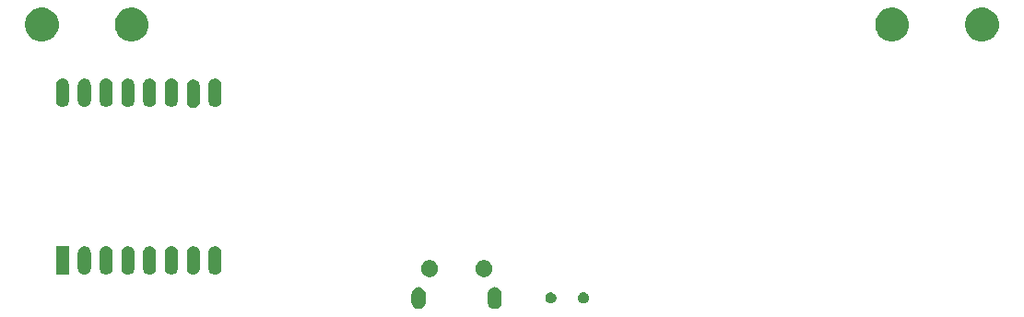
<source format=gbs>
G04 #@! TF.FileFunction,Soldermask,Bot*
%FSLAX46Y46*%
G04 Gerber Fmt 4.6, Leading zero omitted, Abs format (unit mm)*
G04 Created by KiCad (PCBNEW 4.0.5) date Sunday, March 11, 2018 'PMt' 06:28:43 PM*
%MOMM*%
%LPD*%
G01*
G04 APERTURE LIST*
%ADD10C,0.100000*%
G04 APERTURE END LIST*
D10*
G36*
X67750651Y-51428429D02*
X67750664Y-51428433D01*
X67750701Y-51428437D01*
X67871885Y-51465950D01*
X67983475Y-51526287D01*
X68081221Y-51607149D01*
X68161399Y-51705456D01*
X68220955Y-51817465D01*
X68257621Y-51938909D01*
X68270000Y-52065161D01*
X68270000Y-52774839D01*
X68269937Y-52783914D01*
X68255796Y-52909982D01*
X68217438Y-53030901D01*
X68156324Y-53142068D01*
X68074781Y-53239246D01*
X67975916Y-53318736D01*
X67863494Y-53377509D01*
X67741798Y-53413326D01*
X67741764Y-53413329D01*
X67741751Y-53413333D01*
X67615464Y-53424826D01*
X67489349Y-53411571D01*
X67489336Y-53411567D01*
X67489299Y-53411563D01*
X67368115Y-53374050D01*
X67256525Y-53313713D01*
X67158779Y-53232851D01*
X67078601Y-53134544D01*
X67019045Y-53022535D01*
X66982379Y-52901091D01*
X66970000Y-52774839D01*
X66970000Y-52065161D01*
X66970063Y-52056086D01*
X66984204Y-51930018D01*
X67022562Y-51809099D01*
X67083676Y-51697932D01*
X67165219Y-51600754D01*
X67264084Y-51521264D01*
X67376506Y-51462491D01*
X67498202Y-51426674D01*
X67498236Y-51426671D01*
X67498249Y-51426667D01*
X67624536Y-51415174D01*
X67750651Y-51428429D01*
X67750651Y-51428429D01*
G37*
G36*
X74750651Y-51428429D02*
X74750664Y-51428433D01*
X74750701Y-51428437D01*
X74871885Y-51465950D01*
X74983475Y-51526287D01*
X75081221Y-51607149D01*
X75161399Y-51705456D01*
X75220955Y-51817465D01*
X75257621Y-51938909D01*
X75270000Y-52065161D01*
X75270000Y-52774839D01*
X75269937Y-52783914D01*
X75255796Y-52909982D01*
X75217438Y-53030901D01*
X75156324Y-53142068D01*
X75074781Y-53239246D01*
X74975916Y-53318736D01*
X74863494Y-53377509D01*
X74741798Y-53413326D01*
X74741764Y-53413329D01*
X74741751Y-53413333D01*
X74615464Y-53424826D01*
X74489349Y-53411571D01*
X74489336Y-53411567D01*
X74489299Y-53411563D01*
X74368115Y-53374050D01*
X74256525Y-53313713D01*
X74158779Y-53232851D01*
X74078601Y-53134544D01*
X74019045Y-53022535D01*
X73982379Y-52901091D01*
X73970000Y-52774839D01*
X73970000Y-52065161D01*
X73970063Y-52056086D01*
X73984204Y-51930018D01*
X74022562Y-51809099D01*
X74083676Y-51697932D01*
X74165219Y-51600754D01*
X74264084Y-51521264D01*
X74376506Y-51462491D01*
X74498202Y-51426674D01*
X74498236Y-51426671D01*
X74498249Y-51426667D01*
X74624536Y-51415174D01*
X74750651Y-51428429D01*
X74750651Y-51428429D01*
G37*
G36*
X79832517Y-51900332D02*
X79928571Y-51920049D01*
X80018965Y-51958047D01*
X80100255Y-52012877D01*
X80169348Y-52082454D01*
X80223614Y-52164130D01*
X80260976Y-52254780D01*
X80279955Y-52350629D01*
X80279955Y-52350638D01*
X80280021Y-52350972D01*
X80278457Y-52462970D01*
X80278381Y-52463304D01*
X80278381Y-52463316D01*
X80256737Y-52558587D01*
X80216852Y-52648168D01*
X80160334Y-52728289D01*
X80089321Y-52795913D01*
X80006527Y-52848455D01*
X79915110Y-52883913D01*
X79818547Y-52900940D01*
X79720514Y-52898887D01*
X79624741Y-52877830D01*
X79534889Y-52838574D01*
X79454370Y-52782613D01*
X79386254Y-52712076D01*
X79333139Y-52629658D01*
X79297042Y-52538488D01*
X79279340Y-52442038D01*
X79280710Y-52343995D01*
X79301096Y-52248085D01*
X79339725Y-52157957D01*
X79395123Y-52077050D01*
X79465183Y-52008442D01*
X79547230Y-51954752D01*
X79638146Y-51918020D01*
X79734461Y-51899647D01*
X79832517Y-51900332D01*
X79832517Y-51900332D01*
G37*
G36*
X82832517Y-51900332D02*
X82928571Y-51920049D01*
X83018965Y-51958047D01*
X83100255Y-52012877D01*
X83169348Y-52082454D01*
X83223614Y-52164130D01*
X83260976Y-52254780D01*
X83279955Y-52350629D01*
X83279955Y-52350638D01*
X83280021Y-52350972D01*
X83278457Y-52462970D01*
X83278381Y-52463304D01*
X83278381Y-52463316D01*
X83256737Y-52558587D01*
X83216852Y-52648168D01*
X83160334Y-52728289D01*
X83089321Y-52795913D01*
X83006527Y-52848455D01*
X82915110Y-52883913D01*
X82818547Y-52900940D01*
X82720514Y-52898887D01*
X82624741Y-52877830D01*
X82534889Y-52838574D01*
X82454370Y-52782613D01*
X82386254Y-52712076D01*
X82333139Y-52629658D01*
X82297042Y-52538488D01*
X82279340Y-52442038D01*
X82280710Y-52343995D01*
X82301096Y-52248085D01*
X82339725Y-52157957D01*
X82395123Y-52077050D01*
X82465183Y-52008442D01*
X82547230Y-51954752D01*
X82638146Y-51918020D01*
X82734461Y-51899647D01*
X82832517Y-51900332D01*
X82832517Y-51900332D01*
G37*
G36*
X68701401Y-48945514D02*
X68850285Y-48976076D01*
X68990392Y-49034971D01*
X69116397Y-49119963D01*
X69223491Y-49227807D01*
X69307596Y-49354397D01*
X69365514Y-49494914D01*
X69394968Y-49643664D01*
X69394968Y-49643678D01*
X69395033Y-49644007D01*
X69392609Y-49817603D01*
X69392533Y-49817937D01*
X69392533Y-49817945D01*
X69358939Y-49965816D01*
X69297121Y-50104658D01*
X69209513Y-50228851D01*
X69099444Y-50333668D01*
X68971123Y-50415103D01*
X68829421Y-50470066D01*
X68679747Y-50496457D01*
X68527795Y-50493274D01*
X68379350Y-50460636D01*
X68240077Y-50399789D01*
X68115276Y-50313050D01*
X68009695Y-50203718D01*
X67927366Y-50075969D01*
X67871416Y-49934655D01*
X67843978Y-49785161D01*
X67846101Y-49633192D01*
X67877700Y-49484531D01*
X67937575Y-49344833D01*
X68023441Y-49219428D01*
X68132032Y-49113087D01*
X68259207Y-49029866D01*
X68400126Y-48972931D01*
X68549416Y-48944453D01*
X68701401Y-48945514D01*
X68701401Y-48945514D01*
G37*
G36*
X73701401Y-48945514D02*
X73850285Y-48976076D01*
X73990392Y-49034971D01*
X74116397Y-49119963D01*
X74223491Y-49227807D01*
X74307596Y-49354397D01*
X74365514Y-49494914D01*
X74394968Y-49643664D01*
X74394968Y-49643678D01*
X74395033Y-49644007D01*
X74392609Y-49817603D01*
X74392533Y-49817937D01*
X74392533Y-49817945D01*
X74358939Y-49965816D01*
X74297121Y-50104658D01*
X74209513Y-50228851D01*
X74099444Y-50333668D01*
X73971123Y-50415103D01*
X73829421Y-50470066D01*
X73679747Y-50496457D01*
X73527795Y-50493274D01*
X73379350Y-50460636D01*
X73240077Y-50399789D01*
X73115276Y-50313050D01*
X73009695Y-50203718D01*
X72927366Y-50075969D01*
X72871416Y-49934655D01*
X72843978Y-49785161D01*
X72846101Y-49633192D01*
X72877700Y-49484531D01*
X72937575Y-49344833D01*
X73023441Y-49219428D01*
X73132032Y-49113087D01*
X73259207Y-49029866D01*
X73400126Y-48972931D01*
X73549416Y-48944453D01*
X73701401Y-48945514D01*
X73701401Y-48945514D01*
G37*
G36*
X49045597Y-47665957D02*
X49045610Y-47665961D01*
X49045647Y-47665965D01*
X49157509Y-47700592D01*
X49260516Y-47756287D01*
X49350742Y-47830929D01*
X49424753Y-47921675D01*
X49479728Y-48025068D01*
X49513573Y-48137169D01*
X49525000Y-48253710D01*
X49525000Y-49666290D01*
X49524942Y-49674667D01*
X49511889Y-49791037D01*
X49476481Y-49902655D01*
X49420068Y-50005270D01*
X49344798Y-50094974D01*
X49253538Y-50168349D01*
X49149764Y-50222600D01*
X49037429Y-50255662D01*
X49037399Y-50255665D01*
X49037381Y-50255670D01*
X48920813Y-50266278D01*
X48804403Y-50254043D01*
X48804390Y-50254039D01*
X48804353Y-50254035D01*
X48692491Y-50219408D01*
X48589484Y-50163713D01*
X48499258Y-50089071D01*
X48425247Y-49998325D01*
X48370272Y-49894932D01*
X48336427Y-49782831D01*
X48325000Y-49666290D01*
X48325000Y-48253710D01*
X48325058Y-48245333D01*
X48338111Y-48128963D01*
X48373519Y-48017345D01*
X48429932Y-47914730D01*
X48505202Y-47825026D01*
X48596462Y-47751651D01*
X48700236Y-47697400D01*
X48812571Y-47664338D01*
X48812601Y-47664335D01*
X48812619Y-47664330D01*
X48929187Y-47653722D01*
X49045597Y-47665957D01*
X49045597Y-47665957D01*
G37*
G36*
X37045597Y-47665957D02*
X37045610Y-47665961D01*
X37045647Y-47665965D01*
X37157509Y-47700592D01*
X37260516Y-47756287D01*
X37350742Y-47830929D01*
X37424753Y-47921675D01*
X37479728Y-48025068D01*
X37513573Y-48137169D01*
X37525000Y-48253710D01*
X37525000Y-49666290D01*
X37524942Y-49674667D01*
X37511889Y-49791037D01*
X37476481Y-49902655D01*
X37420068Y-50005270D01*
X37344798Y-50094974D01*
X37253538Y-50168349D01*
X37149764Y-50222600D01*
X37037429Y-50255662D01*
X37037399Y-50255665D01*
X37037381Y-50255670D01*
X36920813Y-50266278D01*
X36804403Y-50254043D01*
X36804390Y-50254039D01*
X36804353Y-50254035D01*
X36692491Y-50219408D01*
X36589484Y-50163713D01*
X36499258Y-50089071D01*
X36425247Y-49998325D01*
X36370272Y-49894932D01*
X36336427Y-49782831D01*
X36325000Y-49666290D01*
X36325000Y-48253710D01*
X36325058Y-48245333D01*
X36338111Y-48128963D01*
X36373519Y-48017345D01*
X36429932Y-47914730D01*
X36505202Y-47825026D01*
X36596462Y-47751651D01*
X36700236Y-47697400D01*
X36812571Y-47664338D01*
X36812601Y-47664335D01*
X36812619Y-47664330D01*
X36929187Y-47653722D01*
X37045597Y-47665957D01*
X37045597Y-47665957D01*
G37*
G36*
X39045597Y-47665957D02*
X39045610Y-47665961D01*
X39045647Y-47665965D01*
X39157509Y-47700592D01*
X39260516Y-47756287D01*
X39350742Y-47830929D01*
X39424753Y-47921675D01*
X39479728Y-48025068D01*
X39513573Y-48137169D01*
X39525000Y-48253710D01*
X39525000Y-49666290D01*
X39524942Y-49674667D01*
X39511889Y-49791037D01*
X39476481Y-49902655D01*
X39420068Y-50005270D01*
X39344798Y-50094974D01*
X39253538Y-50168349D01*
X39149764Y-50222600D01*
X39037429Y-50255662D01*
X39037399Y-50255665D01*
X39037381Y-50255670D01*
X38920813Y-50266278D01*
X38804403Y-50254043D01*
X38804390Y-50254039D01*
X38804353Y-50254035D01*
X38692491Y-50219408D01*
X38589484Y-50163713D01*
X38499258Y-50089071D01*
X38425247Y-49998325D01*
X38370272Y-49894932D01*
X38336427Y-49782831D01*
X38325000Y-49666290D01*
X38325000Y-48253710D01*
X38325058Y-48245333D01*
X38338111Y-48128963D01*
X38373519Y-48017345D01*
X38429932Y-47914730D01*
X38505202Y-47825026D01*
X38596462Y-47751651D01*
X38700236Y-47697400D01*
X38812571Y-47664338D01*
X38812601Y-47664335D01*
X38812619Y-47664330D01*
X38929187Y-47653722D01*
X39045597Y-47665957D01*
X39045597Y-47665957D01*
G37*
G36*
X41045597Y-47665957D02*
X41045610Y-47665961D01*
X41045647Y-47665965D01*
X41157509Y-47700592D01*
X41260516Y-47756287D01*
X41350742Y-47830929D01*
X41424753Y-47921675D01*
X41479728Y-48025068D01*
X41513573Y-48137169D01*
X41525000Y-48253710D01*
X41525000Y-49666290D01*
X41524942Y-49674667D01*
X41511889Y-49791037D01*
X41476481Y-49902655D01*
X41420068Y-50005270D01*
X41344798Y-50094974D01*
X41253538Y-50168349D01*
X41149764Y-50222600D01*
X41037429Y-50255662D01*
X41037399Y-50255665D01*
X41037381Y-50255670D01*
X40920813Y-50266278D01*
X40804403Y-50254043D01*
X40804390Y-50254039D01*
X40804353Y-50254035D01*
X40692491Y-50219408D01*
X40589484Y-50163713D01*
X40499258Y-50089071D01*
X40425247Y-49998325D01*
X40370272Y-49894932D01*
X40336427Y-49782831D01*
X40325000Y-49666290D01*
X40325000Y-48253710D01*
X40325058Y-48245333D01*
X40338111Y-48128963D01*
X40373519Y-48017345D01*
X40429932Y-47914730D01*
X40505202Y-47825026D01*
X40596462Y-47751651D01*
X40700236Y-47697400D01*
X40812571Y-47664338D01*
X40812601Y-47664335D01*
X40812619Y-47664330D01*
X40929187Y-47653722D01*
X41045597Y-47665957D01*
X41045597Y-47665957D01*
G37*
G36*
X43045597Y-47665957D02*
X43045610Y-47665961D01*
X43045647Y-47665965D01*
X43157509Y-47700592D01*
X43260516Y-47756287D01*
X43350742Y-47830929D01*
X43424753Y-47921675D01*
X43479728Y-48025068D01*
X43513573Y-48137169D01*
X43525000Y-48253710D01*
X43525000Y-49666290D01*
X43524942Y-49674667D01*
X43511889Y-49791037D01*
X43476481Y-49902655D01*
X43420068Y-50005270D01*
X43344798Y-50094974D01*
X43253538Y-50168349D01*
X43149764Y-50222600D01*
X43037429Y-50255662D01*
X43037399Y-50255665D01*
X43037381Y-50255670D01*
X42920813Y-50266278D01*
X42804403Y-50254043D01*
X42804390Y-50254039D01*
X42804353Y-50254035D01*
X42692491Y-50219408D01*
X42589484Y-50163713D01*
X42499258Y-50089071D01*
X42425247Y-49998325D01*
X42370272Y-49894932D01*
X42336427Y-49782831D01*
X42325000Y-49666290D01*
X42325000Y-48253710D01*
X42325058Y-48245333D01*
X42338111Y-48128963D01*
X42373519Y-48017345D01*
X42429932Y-47914730D01*
X42505202Y-47825026D01*
X42596462Y-47751651D01*
X42700236Y-47697400D01*
X42812571Y-47664338D01*
X42812601Y-47664335D01*
X42812619Y-47664330D01*
X42929187Y-47653722D01*
X43045597Y-47665957D01*
X43045597Y-47665957D01*
G37*
G36*
X45045597Y-47665957D02*
X45045610Y-47665961D01*
X45045647Y-47665965D01*
X45157509Y-47700592D01*
X45260516Y-47756287D01*
X45350742Y-47830929D01*
X45424753Y-47921675D01*
X45479728Y-48025068D01*
X45513573Y-48137169D01*
X45525000Y-48253710D01*
X45525000Y-49666290D01*
X45524942Y-49674667D01*
X45511889Y-49791037D01*
X45476481Y-49902655D01*
X45420068Y-50005270D01*
X45344798Y-50094974D01*
X45253538Y-50168349D01*
X45149764Y-50222600D01*
X45037429Y-50255662D01*
X45037399Y-50255665D01*
X45037381Y-50255670D01*
X44920813Y-50266278D01*
X44804403Y-50254043D01*
X44804390Y-50254039D01*
X44804353Y-50254035D01*
X44692491Y-50219408D01*
X44589484Y-50163713D01*
X44499258Y-50089071D01*
X44425247Y-49998325D01*
X44370272Y-49894932D01*
X44336427Y-49782831D01*
X44325000Y-49666290D01*
X44325000Y-48253710D01*
X44325058Y-48245333D01*
X44338111Y-48128963D01*
X44373519Y-48017345D01*
X44429932Y-47914730D01*
X44505202Y-47825026D01*
X44596462Y-47751651D01*
X44700236Y-47697400D01*
X44812571Y-47664338D01*
X44812601Y-47664335D01*
X44812619Y-47664330D01*
X44929187Y-47653722D01*
X45045597Y-47665957D01*
X45045597Y-47665957D01*
G37*
G36*
X47045597Y-47665957D02*
X47045610Y-47665961D01*
X47045647Y-47665965D01*
X47157509Y-47700592D01*
X47260516Y-47756287D01*
X47350742Y-47830929D01*
X47424753Y-47921675D01*
X47479728Y-48025068D01*
X47513573Y-48137169D01*
X47525000Y-48253710D01*
X47525000Y-49666290D01*
X47524942Y-49674667D01*
X47511889Y-49791037D01*
X47476481Y-49902655D01*
X47420068Y-50005270D01*
X47344798Y-50094974D01*
X47253538Y-50168349D01*
X47149764Y-50222600D01*
X47037429Y-50255662D01*
X47037399Y-50255665D01*
X47037381Y-50255670D01*
X46920813Y-50266278D01*
X46804403Y-50254043D01*
X46804390Y-50254039D01*
X46804353Y-50254035D01*
X46692491Y-50219408D01*
X46589484Y-50163713D01*
X46499258Y-50089071D01*
X46425247Y-49998325D01*
X46370272Y-49894932D01*
X46336427Y-49782831D01*
X46325000Y-49666290D01*
X46325000Y-48253710D01*
X46325058Y-48245333D01*
X46338111Y-48128963D01*
X46373519Y-48017345D01*
X46429932Y-47914730D01*
X46505202Y-47825026D01*
X46596462Y-47751651D01*
X46700236Y-47697400D01*
X46812571Y-47664338D01*
X46812601Y-47664335D01*
X46812619Y-47664330D01*
X46929187Y-47653722D01*
X47045597Y-47665957D01*
X47045597Y-47665957D01*
G37*
G36*
X35525000Y-50260000D02*
X34325000Y-50260000D01*
X34325000Y-47660000D01*
X35525000Y-47660000D01*
X35525000Y-50260000D01*
X35525000Y-50260000D01*
G37*
G36*
X47045597Y-32365957D02*
X47045610Y-32365961D01*
X47045647Y-32365965D01*
X47157509Y-32400592D01*
X47260516Y-32456287D01*
X47350742Y-32530929D01*
X47424753Y-32621675D01*
X47479728Y-32725068D01*
X47513573Y-32837169D01*
X47525000Y-32953710D01*
X47525000Y-34366290D01*
X47524942Y-34374667D01*
X47511889Y-34491037D01*
X47476481Y-34602655D01*
X47420068Y-34705270D01*
X47344798Y-34794974D01*
X47253538Y-34868349D01*
X47149764Y-34922600D01*
X47037429Y-34955662D01*
X47037399Y-34955665D01*
X47037381Y-34955670D01*
X46920813Y-34966278D01*
X46804403Y-34954043D01*
X46804390Y-34954039D01*
X46804353Y-34954035D01*
X46692491Y-34919408D01*
X46589484Y-34863713D01*
X46499258Y-34789071D01*
X46425247Y-34698325D01*
X46370272Y-34594932D01*
X46336427Y-34482831D01*
X46325000Y-34366290D01*
X46325000Y-32953710D01*
X46325058Y-32945333D01*
X46338111Y-32828963D01*
X46373519Y-32717345D01*
X46429932Y-32614730D01*
X46505202Y-32525026D01*
X46596462Y-32451651D01*
X46700236Y-32397400D01*
X46812571Y-32364338D01*
X46812601Y-32364335D01*
X46812619Y-32364330D01*
X46929187Y-32353722D01*
X47045597Y-32365957D01*
X47045597Y-32365957D01*
G37*
G36*
X49045597Y-32265957D02*
X49045610Y-32265961D01*
X49045647Y-32265965D01*
X49157509Y-32300592D01*
X49260516Y-32356287D01*
X49350742Y-32430929D01*
X49424753Y-32521675D01*
X49479728Y-32625068D01*
X49513573Y-32737169D01*
X49525000Y-32853710D01*
X49525000Y-34266290D01*
X49524942Y-34274667D01*
X49511889Y-34391037D01*
X49476481Y-34502655D01*
X49420068Y-34605270D01*
X49344798Y-34694974D01*
X49253538Y-34768349D01*
X49149764Y-34822600D01*
X49037429Y-34855662D01*
X49037399Y-34855665D01*
X49037381Y-34855670D01*
X48920813Y-34866278D01*
X48804403Y-34854043D01*
X48804390Y-34854039D01*
X48804353Y-34854035D01*
X48692491Y-34819408D01*
X48589484Y-34763713D01*
X48499258Y-34689071D01*
X48425247Y-34598325D01*
X48370272Y-34494932D01*
X48336427Y-34382831D01*
X48325000Y-34266290D01*
X48325000Y-32853710D01*
X48325058Y-32845333D01*
X48338111Y-32728963D01*
X48373519Y-32617345D01*
X48429932Y-32514730D01*
X48505202Y-32425026D01*
X48596462Y-32351651D01*
X48700236Y-32297400D01*
X48812571Y-32264338D01*
X48812601Y-32264335D01*
X48812619Y-32264330D01*
X48929187Y-32253722D01*
X49045597Y-32265957D01*
X49045597Y-32265957D01*
G37*
G36*
X45045597Y-32265957D02*
X45045610Y-32265961D01*
X45045647Y-32265965D01*
X45157509Y-32300592D01*
X45260516Y-32356287D01*
X45350742Y-32430929D01*
X45424753Y-32521675D01*
X45479728Y-32625068D01*
X45513573Y-32737169D01*
X45525000Y-32853710D01*
X45525000Y-34266290D01*
X45524942Y-34274667D01*
X45511889Y-34391037D01*
X45476481Y-34502655D01*
X45420068Y-34605270D01*
X45344798Y-34694974D01*
X45253538Y-34768349D01*
X45149764Y-34822600D01*
X45037429Y-34855662D01*
X45037399Y-34855665D01*
X45037381Y-34855670D01*
X44920813Y-34866278D01*
X44804403Y-34854043D01*
X44804390Y-34854039D01*
X44804353Y-34854035D01*
X44692491Y-34819408D01*
X44589484Y-34763713D01*
X44499258Y-34689071D01*
X44425247Y-34598325D01*
X44370272Y-34494932D01*
X44336427Y-34382831D01*
X44325000Y-34266290D01*
X44325000Y-32853710D01*
X44325058Y-32845333D01*
X44338111Y-32728963D01*
X44373519Y-32617345D01*
X44429932Y-32514730D01*
X44505202Y-32425026D01*
X44596462Y-32351651D01*
X44700236Y-32297400D01*
X44812571Y-32264338D01*
X44812601Y-32264335D01*
X44812619Y-32264330D01*
X44929187Y-32253722D01*
X45045597Y-32265957D01*
X45045597Y-32265957D01*
G37*
G36*
X43045597Y-32265957D02*
X43045610Y-32265961D01*
X43045647Y-32265965D01*
X43157509Y-32300592D01*
X43260516Y-32356287D01*
X43350742Y-32430929D01*
X43424753Y-32521675D01*
X43479728Y-32625068D01*
X43513573Y-32737169D01*
X43525000Y-32853710D01*
X43525000Y-34266290D01*
X43524942Y-34274667D01*
X43511889Y-34391037D01*
X43476481Y-34502655D01*
X43420068Y-34605270D01*
X43344798Y-34694974D01*
X43253538Y-34768349D01*
X43149764Y-34822600D01*
X43037429Y-34855662D01*
X43037399Y-34855665D01*
X43037381Y-34855670D01*
X42920813Y-34866278D01*
X42804403Y-34854043D01*
X42804390Y-34854039D01*
X42804353Y-34854035D01*
X42692491Y-34819408D01*
X42589484Y-34763713D01*
X42499258Y-34689071D01*
X42425247Y-34598325D01*
X42370272Y-34494932D01*
X42336427Y-34382831D01*
X42325000Y-34266290D01*
X42325000Y-32853710D01*
X42325058Y-32845333D01*
X42338111Y-32728963D01*
X42373519Y-32617345D01*
X42429932Y-32514730D01*
X42505202Y-32425026D01*
X42596462Y-32351651D01*
X42700236Y-32297400D01*
X42812571Y-32264338D01*
X42812601Y-32264335D01*
X42812619Y-32264330D01*
X42929187Y-32253722D01*
X43045597Y-32265957D01*
X43045597Y-32265957D01*
G37*
G36*
X41045597Y-32265957D02*
X41045610Y-32265961D01*
X41045647Y-32265965D01*
X41157509Y-32300592D01*
X41260516Y-32356287D01*
X41350742Y-32430929D01*
X41424753Y-32521675D01*
X41479728Y-32625068D01*
X41513573Y-32737169D01*
X41525000Y-32853710D01*
X41525000Y-34266290D01*
X41524942Y-34274667D01*
X41511889Y-34391037D01*
X41476481Y-34502655D01*
X41420068Y-34605270D01*
X41344798Y-34694974D01*
X41253538Y-34768349D01*
X41149764Y-34822600D01*
X41037429Y-34855662D01*
X41037399Y-34855665D01*
X41037381Y-34855670D01*
X40920813Y-34866278D01*
X40804403Y-34854043D01*
X40804390Y-34854039D01*
X40804353Y-34854035D01*
X40692491Y-34819408D01*
X40589484Y-34763713D01*
X40499258Y-34689071D01*
X40425247Y-34598325D01*
X40370272Y-34494932D01*
X40336427Y-34382831D01*
X40325000Y-34266290D01*
X40325000Y-32853710D01*
X40325058Y-32845333D01*
X40338111Y-32728963D01*
X40373519Y-32617345D01*
X40429932Y-32514730D01*
X40505202Y-32425026D01*
X40596462Y-32351651D01*
X40700236Y-32297400D01*
X40812571Y-32264338D01*
X40812601Y-32264335D01*
X40812619Y-32264330D01*
X40929187Y-32253722D01*
X41045597Y-32265957D01*
X41045597Y-32265957D01*
G37*
G36*
X39045597Y-32265957D02*
X39045610Y-32265961D01*
X39045647Y-32265965D01*
X39157509Y-32300592D01*
X39260516Y-32356287D01*
X39350742Y-32430929D01*
X39424753Y-32521675D01*
X39479728Y-32625068D01*
X39513573Y-32737169D01*
X39525000Y-32853710D01*
X39525000Y-34266290D01*
X39524942Y-34274667D01*
X39511889Y-34391037D01*
X39476481Y-34502655D01*
X39420068Y-34605270D01*
X39344798Y-34694974D01*
X39253538Y-34768349D01*
X39149764Y-34822600D01*
X39037429Y-34855662D01*
X39037399Y-34855665D01*
X39037381Y-34855670D01*
X38920813Y-34866278D01*
X38804403Y-34854043D01*
X38804390Y-34854039D01*
X38804353Y-34854035D01*
X38692491Y-34819408D01*
X38589484Y-34763713D01*
X38499258Y-34689071D01*
X38425247Y-34598325D01*
X38370272Y-34494932D01*
X38336427Y-34382831D01*
X38325000Y-34266290D01*
X38325000Y-32853710D01*
X38325058Y-32845333D01*
X38338111Y-32728963D01*
X38373519Y-32617345D01*
X38429932Y-32514730D01*
X38505202Y-32425026D01*
X38596462Y-32351651D01*
X38700236Y-32297400D01*
X38812571Y-32264338D01*
X38812601Y-32264335D01*
X38812619Y-32264330D01*
X38929187Y-32253722D01*
X39045597Y-32265957D01*
X39045597Y-32265957D01*
G37*
G36*
X37045597Y-32265957D02*
X37045610Y-32265961D01*
X37045647Y-32265965D01*
X37157509Y-32300592D01*
X37260516Y-32356287D01*
X37350742Y-32430929D01*
X37424753Y-32521675D01*
X37479728Y-32625068D01*
X37513573Y-32737169D01*
X37525000Y-32853710D01*
X37525000Y-34266290D01*
X37524942Y-34274667D01*
X37511889Y-34391037D01*
X37476481Y-34502655D01*
X37420068Y-34605270D01*
X37344798Y-34694974D01*
X37253538Y-34768349D01*
X37149764Y-34822600D01*
X37037429Y-34855662D01*
X37037399Y-34855665D01*
X37037381Y-34855670D01*
X36920813Y-34866278D01*
X36804403Y-34854043D01*
X36804390Y-34854039D01*
X36804353Y-34854035D01*
X36692491Y-34819408D01*
X36589484Y-34763713D01*
X36499258Y-34689071D01*
X36425247Y-34598325D01*
X36370272Y-34494932D01*
X36336427Y-34382831D01*
X36325000Y-34266290D01*
X36325000Y-32853710D01*
X36325058Y-32845333D01*
X36338111Y-32728963D01*
X36373519Y-32617345D01*
X36429932Y-32514730D01*
X36505202Y-32425026D01*
X36596462Y-32351651D01*
X36700236Y-32297400D01*
X36812571Y-32264338D01*
X36812601Y-32264335D01*
X36812619Y-32264330D01*
X36929187Y-32253722D01*
X37045597Y-32265957D01*
X37045597Y-32265957D01*
G37*
G36*
X35045597Y-32265957D02*
X35045610Y-32265961D01*
X35045647Y-32265965D01*
X35157509Y-32300592D01*
X35260516Y-32356287D01*
X35350742Y-32430929D01*
X35424753Y-32521675D01*
X35479728Y-32625068D01*
X35513573Y-32737169D01*
X35525000Y-32853710D01*
X35525000Y-34266290D01*
X35524942Y-34274667D01*
X35511889Y-34391037D01*
X35476481Y-34502655D01*
X35420068Y-34605270D01*
X35344798Y-34694974D01*
X35253538Y-34768349D01*
X35149764Y-34822600D01*
X35037429Y-34855662D01*
X35037399Y-34855665D01*
X35037381Y-34855670D01*
X34920813Y-34866278D01*
X34804403Y-34854043D01*
X34804390Y-34854039D01*
X34804353Y-34854035D01*
X34692491Y-34819408D01*
X34589484Y-34763713D01*
X34499258Y-34689071D01*
X34425247Y-34598325D01*
X34370272Y-34494932D01*
X34336427Y-34382831D01*
X34325000Y-34266290D01*
X34325000Y-32853710D01*
X34325058Y-32845333D01*
X34338111Y-32728963D01*
X34373519Y-32617345D01*
X34429932Y-32514730D01*
X34505202Y-32425026D01*
X34596462Y-32351651D01*
X34700236Y-32297400D01*
X34812571Y-32264338D01*
X34812601Y-32264335D01*
X34812619Y-32264330D01*
X34929187Y-32253722D01*
X35045597Y-32265957D01*
X35045597Y-32265957D01*
G37*
G36*
X33182803Y-25756030D02*
X33480567Y-25817153D01*
X33760784Y-25934945D01*
X34012788Y-26104923D01*
X34226979Y-26320615D01*
X34395194Y-26573798D01*
X34511027Y-26854830D01*
X34570001Y-27152671D01*
X34570001Y-27152681D01*
X34570067Y-27153015D01*
X34565219Y-27500207D01*
X34565142Y-27500545D01*
X34565142Y-27500553D01*
X34497878Y-27796622D01*
X34374241Y-28074315D01*
X34199023Y-28322703D01*
X33978891Y-28532331D01*
X33722244Y-28695204D01*
X33438843Y-28805129D01*
X33139492Y-28857912D01*
X32835588Y-28851546D01*
X32538703Y-28786272D01*
X32260161Y-28664579D01*
X32010549Y-28491095D01*
X31799394Y-28272437D01*
X31634733Y-28016934D01*
X31522833Y-27734308D01*
X31467960Y-27435325D01*
X31472205Y-27131385D01*
X31535402Y-26834061D01*
X31655151Y-26554667D01*
X31826884Y-26303857D01*
X32044065Y-26091178D01*
X32298416Y-25924735D01*
X32580253Y-25810866D01*
X32878836Y-25753908D01*
X33182803Y-25756030D01*
X33182803Y-25756030D01*
G37*
G36*
X41437803Y-25756030D02*
X41735567Y-25817153D01*
X42015784Y-25934945D01*
X42267788Y-26104923D01*
X42481979Y-26320615D01*
X42650194Y-26573798D01*
X42766027Y-26854830D01*
X42825001Y-27152671D01*
X42825001Y-27152681D01*
X42825067Y-27153015D01*
X42820219Y-27500207D01*
X42820142Y-27500545D01*
X42820142Y-27500553D01*
X42752878Y-27796622D01*
X42629241Y-28074315D01*
X42454023Y-28322703D01*
X42233891Y-28532331D01*
X41977244Y-28695204D01*
X41693843Y-28805129D01*
X41394492Y-28857912D01*
X41090588Y-28851546D01*
X40793703Y-28786272D01*
X40515161Y-28664579D01*
X40265549Y-28491095D01*
X40054394Y-28272437D01*
X39889733Y-28016934D01*
X39777833Y-27734308D01*
X39722960Y-27435325D01*
X39727205Y-27131385D01*
X39790402Y-26834061D01*
X39910151Y-26554667D01*
X40081884Y-26303857D01*
X40299065Y-26091178D01*
X40553416Y-25924735D01*
X40835253Y-25810866D01*
X41133836Y-25753908D01*
X41437803Y-25756030D01*
X41437803Y-25756030D01*
G37*
G36*
X111287803Y-25756030D02*
X111585567Y-25817153D01*
X111865784Y-25934945D01*
X112117788Y-26104923D01*
X112331979Y-26320615D01*
X112500194Y-26573798D01*
X112616027Y-26854830D01*
X112675001Y-27152671D01*
X112675001Y-27152681D01*
X112675067Y-27153015D01*
X112670219Y-27500207D01*
X112670142Y-27500545D01*
X112670142Y-27500553D01*
X112602878Y-27796622D01*
X112479241Y-28074315D01*
X112304023Y-28322703D01*
X112083891Y-28532331D01*
X111827244Y-28695204D01*
X111543843Y-28805129D01*
X111244492Y-28857912D01*
X110940588Y-28851546D01*
X110643703Y-28786272D01*
X110365161Y-28664579D01*
X110115549Y-28491095D01*
X109904394Y-28272437D01*
X109739733Y-28016934D01*
X109627833Y-27734308D01*
X109572960Y-27435325D01*
X109577205Y-27131385D01*
X109640402Y-26834061D01*
X109760151Y-26554667D01*
X109931884Y-26303857D01*
X110149065Y-26091178D01*
X110403416Y-25924735D01*
X110685253Y-25810866D01*
X110983836Y-25753908D01*
X111287803Y-25756030D01*
X111287803Y-25756030D01*
G37*
G36*
X119542803Y-25756030D02*
X119840567Y-25817153D01*
X120120784Y-25934945D01*
X120372788Y-26104923D01*
X120586979Y-26320615D01*
X120755194Y-26573798D01*
X120871027Y-26854830D01*
X120930001Y-27152671D01*
X120930001Y-27152681D01*
X120930067Y-27153015D01*
X120925219Y-27500207D01*
X120925142Y-27500545D01*
X120925142Y-27500553D01*
X120857878Y-27796622D01*
X120734241Y-28074315D01*
X120559023Y-28322703D01*
X120338891Y-28532331D01*
X120082244Y-28695204D01*
X119798843Y-28805129D01*
X119499492Y-28857912D01*
X119195588Y-28851546D01*
X118898703Y-28786272D01*
X118620161Y-28664579D01*
X118370549Y-28491095D01*
X118159394Y-28272437D01*
X117994733Y-28016934D01*
X117882833Y-27734308D01*
X117827960Y-27435325D01*
X117832205Y-27131385D01*
X117895402Y-26834061D01*
X118015151Y-26554667D01*
X118186884Y-26303857D01*
X118404065Y-26091178D01*
X118658416Y-25924735D01*
X118940253Y-25810866D01*
X119238836Y-25753908D01*
X119542803Y-25756030D01*
X119542803Y-25756030D01*
G37*
M02*

</source>
